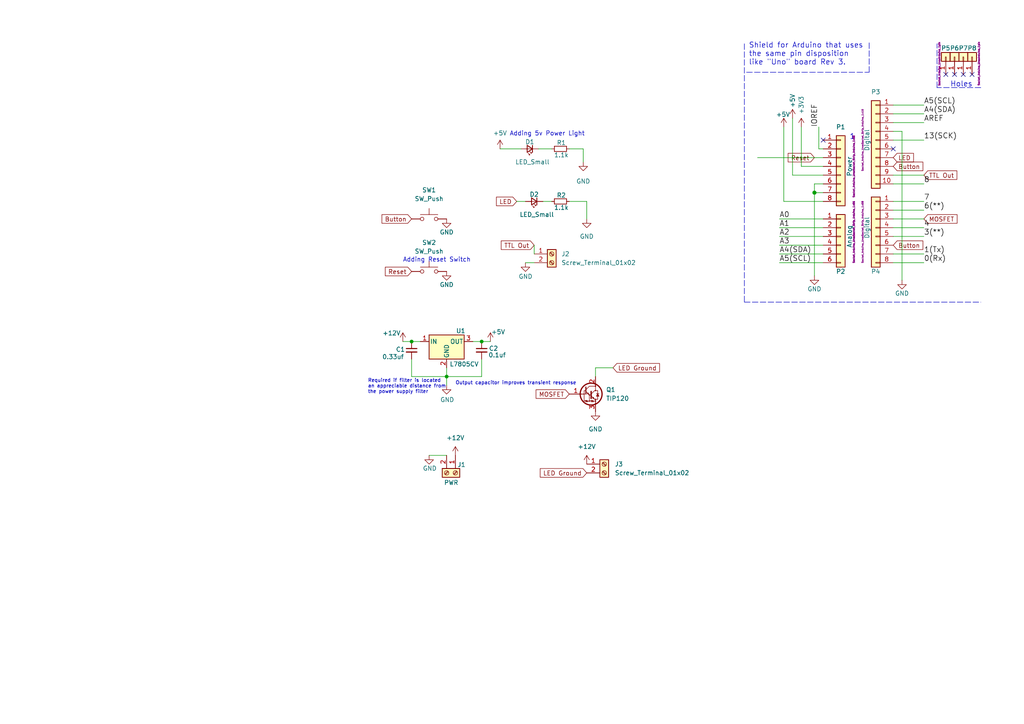
<source format=kicad_sch>
(kicad_sch (version 20211123) (generator eeschema)
  (paper "A4")
  (title_block (date "lun. 30 mars 2015"))
  (lib_symbols
    (symbol "Connector:Screw_Terminal_01x02" (pin_names (offset 1.016) hide)
      (property "Reference" "J" (at 0 2.54 0))
      (property "Value" "Screw_Terminal_01x02" (at 0 -5.08 0))
      (symbol "Screw_Terminal_01x02_1_1"
        (rectangle (start -1.27 1.27) (end 1.27 -3.81) (stroke (width 0.254)) (fill (type background)))
        (circle (center 0 -2.54) (radius 0.635) (stroke (width 0.1524)))
        (polyline (pts (xy -0.5334 -2.2098) (xy 0.3302 -3.048)) (stroke (width 0.1524)))
        (polyline (pts (xy -0.5334 0.3302) (xy 0.3302 -0.508)) (stroke (width 0.1524)))
        (polyline (pts (xy -0.3556 -2.032) (xy 0.508 -2.8702)) (stroke (width 0.1524)))
        (polyline (pts (xy -0.3556 0.508) (xy 0.508 -0.3302)) (stroke (width 0.1524)))
        (circle (center 0 0) (radius 0.635) (stroke (width 0.1524)))
        (pin passive line (at -5.08 0 0) (length 3.81) (name "Pin_1") (number "1"))
        (pin passive line (at -5.08 -2.54 0) (length 3.81) (name "Pin_2") (number "2"))
      )
    )
    (symbol "Connector_Generic:Conn_01x01" (pin_names (offset 1.016) hide)
      (property "Reference" "J" (at 0 2.54 0))
      (property "Value" "Conn_01x01" (at 0 -2.54 0))
      (symbol "Conn_01x01_1_1"
        (rectangle (start -1.27 0.127) (end 0 -0.127) (stroke (width 0.1524)))
        (rectangle (start -1.27 1.27) (end 1.27 -1.27) (stroke (width 0.254)) (fill (type background)))
        (pin passive line (at -5.08 0 0) (length 3.81) (name "Pin_1") (number "1"))
      )
    )
    (symbol "Connector_Generic:Conn_01x06" (pin_names (offset 1.016) hide)
      (property "Reference" "J" (at 0 7.62 0))
      (property "Value" "Conn_01x06" (at 0 -10.16 0))
      (symbol "Conn_01x06_1_1"
        (rectangle (start -1.27 -7.493) (end 0 -7.747) (stroke (width 0.1524)))
        (rectangle (start -1.27 -4.953) (end 0 -5.207) (stroke (width 0.1524)))
        (rectangle (start -1.27 -2.413) (end 0 -2.667) (stroke (width 0.1524)))
        (rectangle (start -1.27 0.127) (end 0 -0.127) (stroke (width 0.1524)))
        (rectangle (start -1.27 2.667) (end 0 2.413) (stroke (width 0.1524)))
        (rectangle (start -1.27 5.207) (end 0 4.953) (stroke (width 0.1524)))
        (rectangle (start -1.27 6.35) (end 1.27 -8.89) (stroke (width 0.254)) (fill (type background)))
        (pin passive line (at -5.08 5.08 0) (length 3.81) (name "Pin_1") (number "1"))
        (pin passive line (at -5.08 2.54 0) (length 3.81) (name "Pin_2") (number "2"))
        (pin passive line (at -5.08 0 0) (length 3.81) (name "Pin_3") (number "3"))
        (pin passive line (at -5.08 -2.54 0) (length 3.81) (name "Pin_4") (number "4"))
        (pin passive line (at -5.08 -5.08 0) (length 3.81) (name "Pin_5") (number "5"))
        (pin passive line (at -5.08 -7.62 0) (length 3.81) (name "Pin_6") (number "6"))
      )
    )
    (symbol "Connector_Generic:Conn_01x08" (pin_names (offset 1.016) hide)
      (property "Reference" "J" (at 0 10.16 0))
      (property "Value" "Conn_01x08" (at 0 -12.7 0))
      (symbol "Conn_01x08_1_1"
        (rectangle (start -1.27 -10.033) (end 0 -10.287) (stroke (width 0.1524)))
        (rectangle (start -1.27 -7.493) (end 0 -7.747) (stroke (width 0.1524)))
        (rectangle (start -1.27 -4.953) (end 0 -5.207) (stroke (width 0.1524)))
        (rectangle (start -1.27 -2.413) (end 0 -2.667) (stroke (width 0.1524)))
        (rectangle (start -1.27 0.127) (end 0 -0.127) (stroke (width 0.1524)))
        (rectangle (start -1.27 2.667) (end 0 2.413) (stroke (width 0.1524)))
        (rectangle (start -1.27 5.207) (end 0 4.953) (stroke (width 0.1524)))
        (rectangle (start -1.27 7.747) (end 0 7.493) (stroke (width 0.1524)))
        (rectangle (start -1.27 8.89) (end 1.27 -11.43) (stroke (width 0.254)) (fill (type background)))
        (pin passive line (at -5.08 7.62 0) (length 3.81) (name "Pin_1") (number "1"))
        (pin passive line (at -5.08 5.08 0) (length 3.81) (name "Pin_2") (number "2"))
        (pin passive line (at -5.08 2.54 0) (length 3.81) (name "Pin_3") (number "3"))
        (pin passive line (at -5.08 0 0) (length 3.81) (name "Pin_4") (number "4"))
        (pin passive line (at -5.08 -2.54 0) (length 3.81) (name "Pin_5") (number "5"))
        (pin passive line (at -5.08 -5.08 0) (length 3.81) (name "Pin_6") (number "6"))
        (pin passive line (at -5.08 -7.62 0) (length 3.81) (name "Pin_7") (number "7"))
        (pin passive line (at -5.08 -10.16 0) (length 3.81) (name "Pin_8") (number "8"))
      )
    )
    (symbol "Connector_Generic:Conn_01x10" (pin_names (offset 1.016) hide)
      (property "Reference" "J" (at 0 12.7 0))
      (property "Value" "Conn_01x10" (at 0 -15.24 0))
      (symbol "Conn_01x10_1_1"
        (rectangle (start -1.27 -12.573) (end 0 -12.827) (stroke (width 0.1524)))
        (rectangle (start -1.27 -10.033) (end 0 -10.287) (stroke (width 0.1524)))
        (rectangle (start -1.27 -7.493) (end 0 -7.747) (stroke (width 0.1524)))
        (rectangle (start -1.27 -4.953) (end 0 -5.207) (stroke (width 0.1524)))
        (rectangle (start -1.27 -2.413) (end 0 -2.667) (stroke (width 0.1524)))
        (rectangle (start -1.27 0.127) (end 0 -0.127) (stroke (width 0.1524)))
        (rectangle (start -1.27 2.667) (end 0 2.413) (stroke (width 0.1524)))
        (rectangle (start -1.27 5.207) (end 0 4.953) (stroke (width 0.1524)))
        (rectangle (start -1.27 7.747) (end 0 7.493) (stroke (width 0.1524)))
        (rectangle (start -1.27 10.287) (end 0 10.033) (stroke (width 0.1524)))
        (rectangle (start -1.27 11.43) (end 1.27 -13.97) (stroke (width 0.254)) (fill (type background)))
        (pin passive line (at -5.08 10.16 0) (length 3.81) (name "Pin_1") (number "1"))
        (pin passive line (at -5.08 -12.7 0) (length 3.81) (name "Pin_10") (number "10"))
        (pin passive line (at -5.08 7.62 0) (length 3.81) (name "Pin_2") (number "2"))
        (pin passive line (at -5.08 5.08 0) (length 3.81) (name "Pin_3") (number "3"))
        (pin passive line (at -5.08 2.54 0) (length 3.81) (name "Pin_4") (number "4"))
        (pin passive line (at -5.08 0 0) (length 3.81) (name "Pin_5") (number "5"))
        (pin passive line (at -5.08 -2.54 0) (length 3.81) (name "Pin_6") (number "6"))
        (pin passive line (at -5.08 -5.08 0) (length 3.81) (name "Pin_7") (number "7"))
        (pin passive line (at -5.08 -7.62 0) (length 3.81) (name "Pin_8") (number "8"))
        (pin passive line (at -5.08 -10.16 0) (length 3.81) (name "Pin_9") (number "9"))
      )
    )
    (symbol "Device:C_Small" (pin_numbers hide) (pin_names (offset 0.254) hide)
      (property "Reference" "C" (at 0.254 1.778 0))
      (property "Value" "C_Small" (at 0.254 -2.032 0))
      (symbol "C_Small_0_1"
        (polyline (pts (xy -1.524 -0.508) (xy 1.524 -0.508)) (stroke (width 0.3302)))
        (polyline (pts (xy -1.524 0.508) (xy 1.524 0.508)) (stroke (width 0.3048)))
      )
      (symbol "C_Small_1_1"
        (pin passive line (at 0 2.54 270) (length 2.032) (name "~") (number "1"))
        (pin passive line (at 0 -2.54 90) (length 2.032) (name "~") (number "2"))
      )
    )
    (symbol "Device:LED_Small" (pin_numbers hide) (pin_names (offset 0.254) hide)
      (property "Reference" "D" (at -1.27 3.175 0))
      (property "Value" "LED_Small" (at -4.445 -2.54 0))
      (symbol "LED_Small_0_1"
        (polyline (pts (xy -0.762 -1.016) (xy -0.762 1.016)) (stroke (width 0.254)))
        (polyline (pts (xy 1.016 0) (xy -0.762 0)))
        (polyline (pts (xy 0.762 -1.016) (xy -0.762 0) (xy 0.762 1.016) (xy 0.762 -1.016)) (stroke (width 0.254)))
        (polyline (pts (xy 0 0.762) (xy -0.508 1.27) (xy -0.254 1.27) (xy -0.508 1.27) (xy -0.508 1.016)))
        (polyline (pts (xy 0.508 1.27) (xy 0 1.778) (xy 0.254 1.778) (xy 0 1.778) (xy 0 1.524)))
      )
      (symbol "LED_Small_1_1"
        (pin passive line (at -2.54 0 0) (length 1.778) (name "K") (number "1"))
        (pin passive line (at 2.54 0 180) (length 1.778) (name "A") (number "2"))
      )
    )
    (symbol "Device:R_Small" (pin_numbers hide) (pin_names (offset 0.254) hide)
      (property "Reference" "R" (at 0.762 0.508 0))
      (property "Value" "R_Small" (at 0.762 -1.016 0))
      (symbol "R_Small_0_1"
        (rectangle (start -0.762 1.778) (end 0.762 -1.778) (stroke (width 0.2032)))
      )
      (symbol "R_Small_1_1"
        (pin passive line (at 0 2.54 270) (length 0.762) (name "~") (number "1"))
        (pin passive line (at 0 -2.54 90) (length 0.762) (name "~") (number "2"))
      )
    )
    (symbol "Regulator_Linear:L7805" (pin_names (offset 0.254))
      (property "Reference" "U" (at -3.81 3.175 0))
      (property "Value" "L7805" (at 0 3.175 0))
      (symbol "L7805_0_1"
        (rectangle (start -5.08 1.905) (end 5.08 -5.08) (stroke (width 0.254)) (fill (type background)))
      )
      (symbol "L7805_1_1"
        (pin power_in line (at -7.62 0 0) (length 2.54) (name "IN") (number "1"))
        (pin power_in line (at 0 -7.62 90) (length 2.54) (name "GND") (number "2"))
        (pin power_out line (at 7.62 0 180) (length 2.54) (name "OUT") (number "3"))
      )
    )
    (symbol "Switch:SW_Push" (pin_numbers hide) (pin_names (offset 1.016) hide)
      (property "Reference" "SW" (at 1.27 2.54 0))
      (property "Value" "SW_Push" (at 0 -1.524 0))
      (symbol "SW_Push_0_1"
        (circle (center -2.032 0) (radius 0.508))
        (polyline (pts (xy 0 1.27) (xy 0 3.048)))
        (polyline (pts (xy 2.54 1.27) (xy -2.54 1.27)))
        (circle (center 2.032 0) (radius 0.508))
        (pin passive line (at -5.08 0 0) (length 2.54) (name "1") (number "1"))
        (pin passive line (at 5.08 0 180) (length 2.54) (name "2") (number "2"))
      )
    )
    (symbol "Transistor_BJT:TIP120" (pin_names (offset 0) hide)
      (property "Reference" "Q" (at 5.08 1.905 0))
      (property "Value" "TIP120" (at 5.08 0 0))
      (symbol "TIP120_0_1"
        (circle (center -0.762 0) (radius 0.127))
        (polyline (pts (xy -1.27 0) (xy -0.889 0)))
        (polyline (pts (xy 2.54 -2.032) (xy 2.54 -2.54)))
        (polyline (pts (xy 2.54 -1.524) (xy 3.175 -1.524)))
        (polyline (pts (xy 2.794 0.127) (xy 3.556 0.127)))
        (polyline (pts (xy 3.175 -0.635) (xy 3.175 -1.524)))
        (polyline (pts (xy 3.175 1.016) (xy 2.54 1.016)))
        (polyline (pts (xy 3.175 1.016) (xy 3.175 0.127)))
        (polyline (pts (xy -0.254 0.762) (xy 0.762 -0.254) (xy 1.27 -0.254)))
        (polyline (pts (xy -0.254 1.016) (xy -0.762 1.016) (xy -0.762 -2.032)))
        (polyline (pts (xy -0.254 1.27) (xy 0.762 2.286) (xy 2.54 2.286)))
        (polyline (pts (xy -0.254 2.032) (xy -0.254 0) (xy -0.254 0)) (stroke (width 0.3048)))
        (polyline (pts (xy 1.27 0.762) (xy 1.27 -1.27) (xy 1.27 -1.27)) (stroke (width 0.381)))
        (polyline (pts (xy 0.635 -0.127) (xy 0.381 0.381) (xy 0.127 0.127) (xy 0.635 -0.127)))
        (polyline (pts (xy 1.27 -0.508) (xy 2.286 -1.524) (xy 2.54 -1.524) (xy 2.54 -2.032)))
        (polyline (pts (xy 1.27 0) (xy 2.286 1.016) (xy 2.54 1.016) (xy 2.54 2.286)))
        (polyline (pts (xy 2.159 -1.397) (xy 1.905 -0.889) (xy 1.651 -1.143) (xy 2.159 -1.397)))
        (polyline (pts (xy 3.175 0.127) (xy 2.794 -0.635) (xy 3.556 -0.635) (xy 3.175 0.127)) (fill (type outline)))
        (polyline (pts (xy 0.762 -2.032) (xy 0.381 -2.032) (xy 0.254 -2.286) (xy 0.127 -1.778) (xy 0 -2.286) (xy -0.127 -1.778) (xy -0.254 -2.286) (xy -0.381 -1.778) (xy -0.508 -2.032) (xy -0.762 -2.032)))
        (polyline (pts (xy 0.762 -0.254) (xy 0.762 -2.032) (xy 1.143 -2.032) (xy 1.27 -1.778) (xy 1.397 -2.286) (xy 1.524 -1.778) (xy 1.651 -2.286) (xy 1.778 -1.778) (xy 1.905 -2.286) (xy 2.032 -2.032) (xy 2.54 -2.032)))
        (circle (center 0.762 -2.032) (radius 0.127))
        (circle (center 0.762 -0.254) (radius 0.127))
        (circle (center 1.27 0) (radius 3.175) (stroke (width 0.3556)))
        (circle (center 2.54 -2.032) (radius 0.127))
        (circle (center 2.54 -1.524) (radius 0.127))
        (circle (center 2.54 1.016) (radius 0.127))
        (circle (center 2.54 2.286) (radius 0.127))
      )
      (symbol "TIP120_1_1"
        (pin input line (at -5.08 0 0) (length 3.81) (name "B") (number "1"))
        (pin passive line (at 2.54 5.08 270) (length 2.667) (name "C") (number "2"))
        (pin passive line (at 2.54 -5.08 90) (length 2.54) (name "E") (number "3"))
      )
    )
    (symbol "power:+12V" (power) (pin_names (offset 0))
      (property "Value" "+12V" (at 0 3.556 0))
      (symbol "+12V_0_1"
        (polyline (pts (xy -0.762 1.27) (xy 0 2.54)))
        (polyline (pts (xy 0 0) (xy 0 2.54)))
        (polyline (pts (xy 0 2.54) (xy 0.762 1.27)))
      )
      (symbol "+12V_1_1"
        (pin power_in line (at 0 0 90) (length 0) hide (name "+12V") (number "1"))
      )
    )
    (symbol "power:+3.3V" (power) (pin_names (offset 0))
      (property "Value" "+3.3V" (at 0 3.556 0))
      (symbol "+3.3V_0_1"
        (polyline (pts (xy -0.762 1.27) (xy 0 2.54)))
        (polyline (pts (xy 0 0) (xy 0 2.54)))
        (polyline (pts (xy 0 2.54) (xy 0.762 1.27)))
      )
      (symbol "+3.3V_1_1"
        (pin power_in line (at 0 0 90) (length 0) hide (name "+3V3") (number "1"))
      )
    )
    (symbol "power:+5V" (power) (pin_names (offset 0))
      (property "Value" "+5V" (at 0 3.556 0))
      (symbol "+5V_0_1"
        (polyline (pts (xy -0.762 1.27) (xy 0 2.54)))
        (polyline (pts (xy 0 0) (xy 0 2.54)))
        (polyline (pts (xy 0 2.54) (xy 0.762 1.27)))
      )
      (symbol "+5V_1_1"
        (pin power_in line (at 0 0 90) (length 0) hide (name "+5V") (number "1"))
      )
    )
    (symbol "power:GND" (power) (pin_names (offset 0))
      (property "Value" "GND" (at 0 -3.81 0))
      (symbol "GND_0_1"
        (polyline (pts (xy 0 0) (xy 0 -1.27) (xy 1.27 -1.27) (xy 0 -2.54) (xy -1.27 -1.27) (xy 0 -1.27)))
      )
      (symbol "GND_1_1"
        (pin power_in line (at 0 0 270) (length 0) hide (name "GND") (number "1"))
      )
    )
  )
  (junction (at 236.22 55.88) (diameter 1.016))
  (junction (at 139.7 99.06))
  (junction (at 119.38 99.06))
  (junction (at 129.54 109.22))
  (no_connect (at 279.4 21.59))
  (no_connect (at 274.32 21.59))
  (no_connect (at 259.08 43.18))
  (no_connect (at 276.86 21.59))
  (no_connect (at 281.94 21.59))
  (no_connect (at 238.76 40.64))
  (wire (pts (xy 139.7 99.06) (xy 137.16 99.06)))
  (wire (pts (xy 152.4 76.2) (xy 154.94 76.2)))
  (wire (pts (xy 238.76 48.26) (xy 232.41 48.26)))
  (wire (pts (xy 160.02 43.18) (xy 156.21 43.18)))
  (wire (pts (xy 238.76 71.12) (xy 226.06 71.12)))
  (polyline (pts (xy 252.095 20.955) (xy 252.095 12.065)) (stroke (width 0) (type dash)))
  (wire (pts (xy 259.08 63.5) (xy 267.97 63.5)))
  (wire (pts (xy 236.22 53.34) (xy 236.22 55.88)))
  (wire (pts (xy 172.72 106.68) (xy 172.72 109.22)))
  (wire (pts (xy 238.76 53.34) (xy 236.22 53.34)))
  (wire (pts (xy 129.54 106.68) (xy 129.54 109.22)))
  (wire (pts (xy 259.08 53.34) (xy 267.97 53.34)))
  (wire (pts (xy 237.49 43.18) (xy 238.76 43.18)))
  (wire (pts (xy 238.76 50.8) (xy 229.87 50.8)))
  (wire (pts (xy 170.18 63.5) (xy 170.18 58.42)))
  (wire (pts (xy 259.08 40.64) (xy 267.97 40.64)))
  (wire (pts (xy 259.08 58.42) (xy 267.97 58.42)))
  (wire (pts (xy 238.76 66.04) (xy 226.06 66.04)))
  (wire (pts (xy 177.8 106.68) (xy 172.72 106.68)))
  (wire (pts (xy 259.08 30.48) (xy 267.97 30.48)))
  (wire (pts (xy 170.18 58.42) (xy 165.1 58.42)))
  (wire (pts (xy 119.38 99.06) (xy 121.92 99.06)))
  (wire (pts (xy 238.76 58.42) (xy 227.33 58.42)))
  (wire (pts (xy 119.38 109.22) (xy 119.38 104.14)))
  (wire (pts (xy 157.48 58.42) (xy 160.02 58.42)))
  (wire (pts (xy 129.54 109.22) (xy 139.7 109.22)))
  (wire (pts (xy 238.76 63.5) (xy 226.06 63.5)))
  (wire (pts (xy 129.54 109.22) (xy 119.38 109.22)))
  (wire (pts (xy 238.76 73.66) (xy 226.06 73.66)))
  (polyline (pts (xy 284.48 25.4) (xy 271.78 25.4)) (stroke (width 0) (type dash)))
  (wire (pts (xy 145.034 43.18) (xy 151.13 43.18)))
  (wire (pts (xy 238.76 45.72) (xy 219.71 45.72)))
  (wire (pts (xy 259.08 38.1) (xy 261.62 38.1)))
  (wire (pts (xy 238.76 55.88) (xy 236.22 55.88)))
  (wire (pts (xy 129.54 109.22) (xy 129.54 111.76)))
  (wire (pts (xy 259.08 50.8) (xy 267.97 50.8)))
  (wire (pts (xy 124.46 132.08) (xy 129.54 132.08)))
  (wire (pts (xy 236.22 55.88) (xy 236.22 80.01)))
  (wire (pts (xy 227.33 58.42) (xy 227.33 36.83)))
  (polyline (pts (xy 215.9 87.63) (xy 284.48 87.63)) (stroke (width 0) (type dash)))
  (wire (pts (xy 259.08 68.58) (xy 267.97 68.58)))
  (wire (pts (xy 165.1 43.18) (xy 169.164 43.18)))
  (wire (pts (xy 238.76 76.2) (xy 226.06 76.2)))
  (wire (pts (xy 116.84 99.06) (xy 119.38 99.06)))
  (wire (pts (xy 259.08 73.66) (xy 267.97 73.66)))
  (polyline (pts (xy 271.78 25.4) (xy 271.78 12.7)) (stroke (width 0) (type dash)))
  (wire (pts (xy 259.08 60.96) (xy 267.97 60.96)))
  (wire (pts (xy 229.87 50.8) (xy 229.87 34.29)))
  (wire (pts (xy 154.94 71.12) (xy 154.94 73.66)))
  (wire (pts (xy 259.08 33.02) (xy 267.97 33.02)))
  (wire (pts (xy 261.62 38.1) (xy 261.62 81.28)))
  (wire (pts (xy 169.164 43.18) (xy 169.164 46.99)))
  (wire (pts (xy 259.08 66.04) (xy 267.97 66.04)))
  (wire (pts (xy 259.08 35.56) (xy 267.97 35.56)))
  (polyline (pts (xy 215.9 12.7) (xy 215.9 87.63)) (stroke (width 0) (type dash)))
  (wire (pts (xy 142.24 99.06) (xy 139.7 99.06)))
  (wire (pts (xy 232.41 48.26) (xy 232.41 36.83)))
  (wire (pts (xy 237.49 36.83) (xy 237.49 43.18)))
  (wire (pts (xy 259.08 76.2) (xy 267.97 76.2)))
  (wire (pts (xy 139.7 109.22) (xy 139.7 104.14)))
  (wire (pts (xy 238.76 68.58) (xy 226.06 68.58)))
  (wire (pts (xy 149.86 58.42) (xy 152.4 58.42)))
  (polyline (pts (xy 216.535 20.955) (xy 252.095 20.955)) (stroke (width 0) (type dash)))
  (text "Adding Reset Switch" (at 116.84 76.2 0) (effects (font (size 1.27 1.27)) (justify left bottom)))
  (text "Required if filter is located\nan appreciable distance from\nthe power supply filter" (at 106.68 114.3 0) (effects (font (size 1 1)) (justify left bottom)))
  (text "Output capacitor improves transient response" (at 132.08 111.76 0) (effects (font (size 1 1)) (justify left bottom)))
  (text "Holes" (at 275.59 25.4 0) (effects (font (size 1.524 1.524)) (justify left bottom)))
  (text "Shield for Arduino that uses\nthe same pin disposition\nlike \"Uno\" board Rev 3." (at 217.17 19.05 0) (effects (font (size 1.524 1.524)) (justify left bottom)))
  (text "Adding 5v Power Light" (at 147.7893 39.6061 0) (effects (font (size 1.27 1.27)) (justify left bottom)))
  (text "1" (at 246.38 40.64 0) (effects (font (size 1.524 1.524)) (justify left bottom)))
  (label "0(Rx)" (at 267.97 76.2 0) (effects (font (size 1.524 1.524))))
  (label "A4(SDA)" (at 226.06 73.66 0) (effects (font (size 1.524 1.524))))
  (label "4" (at 267.97 66.04 0) (effects (font (size 1.524 1.524))))
  (label "A2" (at 226.06 68.58 0) (effects (font (size 1.524 1.524))))
  (label "A5(SCL)" (at 226.06 76.2 0) (effects (font (size 1.524 1.524))))
  (label "A0" (at 226.06 63.5 0) (effects (font (size 1.524 1.524))))
  (label "A1" (at 226.06 66.04 0) (effects (font (size 1.524 1.524))))
  (label "13(SCK)" (at 267.97 40.64 0) (effects (font (size 1.524 1.524))))
  (label "7" (at 267.97 58.42 0) (effects (font (size 1.524 1.524))))
  (label "A4(SDA)" (at 267.97 33.02 0) (effects (font (size 1.524 1.524))))
  (label "A3" (at 226.06 71.12 0) (effects (font (size 1.524 1.524))))
  (label "3(**)" (at 267.97 68.58 0) (effects (font (size 1.524 1.524))))
  (label "8" (at 267.97 53.34 0) (effects (font (size 1.524 1.524))))
  (label "A5(SCL)" (at 267.97 30.48 0) (effects (font (size 1.524 1.524))))
  (label "IOREF" (at 237.49 36.83 90) (effects (font (size 1.524 1.524))))
  (label "AREF" (at 267.97 35.56 0) (effects (font (size 1.524 1.524))))
  (label "1(Tx)" (at 267.97 73.66 0) (effects (font (size 1.524 1.524))))
  (label "6(**)" (at 267.97 60.96 0) (effects (font (size 1.524 1.524))))
  (global_label "LED" (shape input) (at 259.08 45.72 0) (property "Intersheet References" "${INTERSHEET_REFS}" (effects hide)))
  (global_label "MOSFET" (shape input) (at 267.97 63.5 0) (property "Intersheet References" "${INTERSHEET_REFS}" (effects hide)))
  (global_label "Button" (shape input) (at 259.08 48.26 0) (property "Intersheet References" "${INTERSHEET_REFS}" (effects hide)))
  (global_label "Reset" (shape input) (at 119.38 78.74 180) (property "Intersheet References" "${INTERSHEET_REFS}" (effects hide)))
  (global_label "LED" (shape input) (at 149.86 58.42 180) (property "Intersheet References" "${INTERSHEET_REFS}" (effects hide)))
  (global_label "Button" (shape input) (at 259.08 71.12 0) (property "Intersheet References" "${INTERSHEET_REFS}" (effects hide)))
  (global_label "Reset" (shape input) (at 236.22 45.72 180) (property "Intersheet References" "${INTERSHEET_REFS}" (effects hide)))
  (global_label "TTL Out" (shape input) (at 267.97 50.8 0) (property "Intersheet References" "${INTERSHEET_REFS}" (effects hide)))
  (global_label "MOSFET" (shape input) (at 165.1 114.3 180) (property "Intersheet References" "${INTERSHEET_REFS}" (effects hide)))
  (global_label "LED Ground" (shape input) (at 170.18 137.16 180) (property "Intersheet References" "${INTERSHEET_REFS}" (effects hide)))
  (global_label "LED Ground" (shape input) (at 177.8 106.68 0) (property "Intersheet References" "${INTERSHEET_REFS}" (effects hide)))
  (global_label "Button" (shape input) (at 119.38 63.5 180) (property "Intersheet References" "${INTERSHEET_REFS}" (effects hide)))
  (global_label "TTL Out" (shape input) (at 154.94 71.12 180) (property "Intersheet References" "${INTERSHEET_REFS}" (effects hide)))
  (symbol (lib_id "Connector_Generic:Conn_01x08") (at 243.84 48.26 0) (unit 1)
    (property "Reference" "P1" (at 243.84 36.83 0))
    (property "Value" "Power" (at 246.38 48.26 90))
    (property "Footprint" "Socket_Arduino_Uno:Socket_Strip_Arduino_1x08" (at 247.65 48.26 90) (effects (font (size 0.508 0.508))))
  )
  (symbol (lib_id "power:+3.3V") (at 232.41 36.83 0) (unit 1)
    (property "Reference" "#PWR01" (effects hide))
    (property "Value" "+3.3V" (at 232.41 30.48 90))
  )
  (symbol (lib_id "power:+5V") (at 229.87 34.29 0) (unit 1)
    (property "Reference" "#PWR02" (effects hide))
    (property "Value" "+5V" (at 229.87 29.21 90))
  )
  (symbol (lib_id "power:GND") (at 236.22 80.01 0) (unit 1)
    (property "Reference" "#PWR03" (effects hide))
    (property "Value" "GND" (at 236.22 83.82 0))
  )
  (symbol (lib_id "power:GND") (at 261.62 81.28 0) (unit 1)
    (property "Reference" "#PWR04" (effects hide))
    (property "Value" "GND" (at 261.62 85.09 0))
  )
  (symbol (lib_id "Connector_Generic:Conn_01x06") (at 243.84 68.58 0) (unit 1)
    (property "Reference" "P2" (at 243.84 78.74 0))
    (property "Value" "Analog" (at 246.38 68.58 90))
    (property "Footprint" "Socket_Arduino_Uno:Socket_Strip_Arduino_1x06" (at 247.65 67.31 90) (effects (font (size 0.508 0.508))))
  )
  (symbol (lib_id "Connector_Generic:Conn_01x01") (at 274.32 16.51 90) (unit 1)
    (property "Reference" "P5" (at 274.32 13.97 90))
    (property "Value" "CONN_01X01" (effects hide))
    (property "Footprint" "Socket_Arduino_Uno:Arduino_1pin" (at 272.4404 18.5166 0) (effects (font (size 0.508 0.508))))
  )
  (symbol (lib_id "Connector_Generic:Conn_01x01") (at 276.86 16.51 90) (unit 1)
    (property "Reference" "P6" (at 276.86 13.97 90))
    (property "Value" "CONN_01X01" (effects hide))
    (property "Footprint" "Socket_Arduino_Uno:Arduino_1pin" (effects hide))
  )
  (symbol (lib_id "Connector_Generic:Conn_01x01") (at 279.4 16.51 90) (unit 1)
    (property "Reference" "P7" (at 279.4 13.97 90))
    (property "Value" "CONN_01X01" (effects hide))
    (property "Footprint" "Socket_Arduino_Uno:Arduino_1pin" (effects hide))
  )
  (symbol (lib_id "Connector_Generic:Conn_01x01") (at 281.94 16.51 90) (unit 1)
    (property "Reference" "P8" (at 281.94 13.97 90))
    (property "Value" "CONN_01X01" (effects hide))
    (property "Footprint" "Socket_Arduino_Uno:Arduino_1pin" (at 283.9212 18.4404 0) (effects (font (size 0.508 0.508))))
  )
  (symbol (lib_id "Connector_Generic:Conn_01x08") (at 254 66.04 0) (mirror y) (unit 1)
    (property "Reference" "P4" (at 254 78.74 0))
    (property "Value" "Digital" (at 251.46 66.04 90))
    (property "Footprint" "Socket_Arduino_Uno:Socket_Strip_Arduino_1x08" (at 250.19 67.31 90) (effects (font (size 0.508 0.508))))
  )
  (symbol (lib_id "Connector_Generic:Conn_01x10") (at 254 40.64 0) (mirror y) (unit 1)
    (property "Reference" "P3" (at 254 26.67 0))
    (property "Value" "Digital" (at 251.46 40.64 90))
    (property "Footprint" "Socket_Arduino_Uno:Socket_Strip_Arduino_1x10" (at 250.19 40.64 90) (effects (font (size 0.508 0.508))))
  )
  (symbol (lib_id "power:+5V") (at 142.24 99.06 0) (unit 1)
    (property "Reference" "#PWR0115" (effects hide))
    (property "Value" "+5V" (at 144.4949 96.2752 0))
  )
  (symbol (lib_id "power:GND") (at 129.54 63.5 0) (unit 1)
    (property "Reference" "#PWR0109" (effects hide))
    (property "Value" "GND" (at 129.5504 67.3438 0))
  )
  (symbol (lib_id "Switch:SW_Push") (at 124.46 78.74 0) (unit 1)
    (property "Reference" "SW2" (at 124.46 70.358 0))
    (property "Value" "SW_Push" (at 124.46 72.898 0))
    (property "Footprint" "Connector_JST:JST_PH_B2B-PH-K_1x02_P2.00mm_Vertical" (effects hide))
  )
  (symbol (lib_id "power:GND") (at 152.4 76.2 0) (unit 1)
    (property "Reference" "#PWR0106" (effects hide))
    (property "Value" "GND" (at 152.4317 80.1955 0))
  )
  (symbol (lib_id "Device:R_Small") (at 162.56 58.42 270) (unit 1)
    (property "Reference" "R2" (at 162.814 56.642 90))
    (property "Value" "1.1k" (at 162.814 60.198 90))
    (property "Footprint" "Resistor_THT:R_Axial_DIN0207_L6.3mm_D2.5mm_P7.62mm_Horizontal" (effects hide))
  )
  (symbol (lib_id "power:GND") (at 129.54 111.76 0) (unit 1)
    (property "Reference" "#PWR0114" (effects hide))
    (property "Value" "GND" (at 129.7142 115.9476 0))
  )
  (symbol (lib_id "Device:C_Small") (at 119.38 101.6 0) (unit 1)
    (property "Reference" "C1" (at 114.7978 101.3501 0) (effects (justify left)))
    (property "Value" "0.33uf" (at 110.8395 103.4961 0) (effects (justify left)))
    (property "Footprint" "Capacitor_THT:C_Disc_D3.0mm_W1.6mm_P2.50mm" (effects hide))
  )
  (symbol (lib_id "Connector:Screw_Terminal_01x02") (at 132.08 137.16 270) (unit 1)
    (property "Reference" "J1" (at 132.6727 134.7817 90) (effects (justify left)))
    (property "Value" "PWR" (at 128.7621 139.98 90) (effects (justify left)))
    (property "Footprint" "TerminalBlock_Phoenix:TerminalBlock_Phoenix_PT-1,5-2-5.0-H_1x02_P5.00mm_Horizontal" (effects hide))
  )
  (symbol (lib_id "power:+5V") (at 227.33 36.83 0) (unit 1)
    (property "Reference" "#PWR0116" (effects hide))
    (property "Value" "+5V" (at 227.1144 33.2055 0))
  )
  (symbol (lib_id "power:+12V") (at 170.18 134.62 0) (unit 1)
    (property "Reference" "#PWR0104" (effects hide))
    (property "Value" "+12V" (at 170.18 129.54 0))
  )
  (symbol (lib_id "Connector:Screw_Terminal_01x02") (at 175.26 134.62 0) (unit 1)
    (property "Reference" "J3" (at 178.308 134.6199 0) (effects (justify left)))
    (property "Value" "Screw_Terminal_01x02" (at 178.308 137.1599 0) (effects (justify left)))
    (property "Footprint" "TerminalBlock_Phoenix:TerminalBlock_Phoenix_PT-1,5-2-3.5-H_1x02_P3.50mm_Horizontal" (effects hide))
  )
  (symbol (lib_id "Switch:SW_Push") (at 124.46 63.5 0) (unit 1)
    (property "Reference" "SW1" (at 124.46 55.118 0))
    (property "Value" "SW_Push" (at 124.46 57.658 0))
    (property "Footprint" "Connector_JST:JST_PH_B2B-PH-K_1x02_P2.00mm_Vertical" (effects hide))
  )
  (symbol (lib_id "power:GND") (at 169.164 46.99 0) (unit 1)
    (property "Reference" "#PWR0111" (effects hide))
    (property "Value" "GND" (at 169.164 52.578 0))
  )
  (symbol (lib_id "power:+12V") (at 132.08 132.08 0) (unit 1)
    (property "Reference" "#PWR0102" (effects hide))
    (property "Value" "+12V" (at 132.08 127 0))
  )
  (symbol (lib_id "power:GND") (at 129.54 78.74 0) (unit 1)
    (property "Reference" "#PWR0112" (effects hide))
    (property "Value" "GND" (at 129.5504 82.5838 0))
  )
  (symbol (lib_id "Device:C_Small") (at 139.7 101.6 0) (unit 1)
    (property "Reference" "C2" (at 141.7906 101.0639 0) (effects (justify left)))
    (property "Value" "0.1uf" (at 141.6475 102.9715 0) (effects (justify left)))
    (property "Footprint" "Capacitor_THT:C_Disc_D3.0mm_W1.6mm_P2.50mm" (effects hide))
  )
  (symbol (lib_id "Device:LED_Small") (at 154.94 58.42 180) (unit 1)
    (property "Reference" "D2" (at 154.94 56.388 0))
    (property "Value" "LED_Small" (at 155.702 62.23 0))
    (property "Footprint" "Connector_JST:JST_PH_B2B-PH-K_1x02_P2.00mm_Vertical" (effects hide))
  )
  (symbol (lib_id "power:GND") (at 170.18 63.5 0) (unit 1)
    (property "Reference" "#PWR0110" (effects hide))
    (property "Value" "GND" (at 170.18 68.58 0))
  )
  (symbol (lib_id "power:+5V") (at 145.034 43.18 0) (unit 1)
    (property "Reference" "#PWR0113" (effects hide))
    (property "Value" "+5V" (at 145.034 38.608 0))
  )
  (symbol (lib_id "Transistor_BJT:TIP120") (at 170.18 114.3 0) (unit 1)
    (property "Reference" "Q1" (at 175.768 113.0299 0) (effects (justify left)))
    (property "Value" "TIP120" (at 175.768 115.5699 0) (effects (justify left)))
    (property "Footprint" "Package_TO_SOT_THT:TO-220-3_Vertical" (effects hide))
    (property "Datasheet" "https://www.onsemi.com/pub/Collateral/TIP120-D.PDF" (effects hide))
  )
  (symbol (lib_id "Connector:Screw_Terminal_01x02") (at 160.02 73.66 0) (unit 1)
    (property "Reference" "J2" (at 162.814 73.6599 0) (effects (justify left)))
    (property "Value" "Screw_Terminal_01x02" (at 162.814 76.1999 0) (effects (justify left)))
    (property "Footprint" "Connector_JST:JST_PH_B2B-PH-K_1x02_P2.00mm_Vertical" (effects hide))
  )
  (symbol (lib_id "Regulator_Linear:L7805") (at 129.54 99.06 0) (unit 1)
    (property "Reference" "U1" (at 133.6379 95.962 0))
    (property "Value" "L7805CV" (at 134.639 105.6153 0))
    (property "Footprint" "Package_TO_SOT_THT:TO-220-3_Vertical" (effects hide))
    (property "Datasheet" "http://www.st.com/content/ccc/resource/technical/document/datasheet/41/4f/b3/b0/12/d4/47/88/CD00000444.pdf/files/CD00000444.pdf/jcr:content/translations/en.CD00000444.pdf" (effects hide))
  )
  (symbol (lib_id "power:GND") (at 124.46 132.08 0) (unit 1)
    (property "Reference" "#PWR0101" (effects hide))
    (property "Value" "GND" (at 124.6508 135.8475 0))
  )
  (symbol (lib_id "Device:R_Small") (at 162.56 43.18 270) (unit 1)
    (property "Reference" "R1" (at 162.814 41.402 90))
    (property "Value" "1.1k" (at 162.814 44.958 90))
    (property "Footprint" "Resistor_THT:R_Axial_DIN0207_L6.3mm_D2.5mm_P7.62mm_Horizontal" (effects hide))
  )
  (symbol (lib_id "Device:LED_Small") (at 153.67 43.18 180) (unit 1)
    (property "Reference" "D1" (at 153.67 41.148 0))
    (property "Value" "LED_Small" (at 154.432 46.99 0))
    (property "Footprint" "Connector_JST:JST_PH_B2B-PH-K_1x02_P2.00mm_Vertical" (effects hide))
  )
  (symbol (lib_id "power:GND") (at 172.72 119.38 0) (unit 1)
    (property "Reference" "#PWR0105" (effects hide))
    (property "Value" "GND" (at 172.72 124.46 0))
  )
  (symbol (lib_id "power:+12V") (at 116.84 99.06 0) (unit 1)
    (property "Reference" "#PWR0103" (effects hide))
    (property "Value" "+12V" (at 113.5593 96.6123 0))
  )
)
</source>
